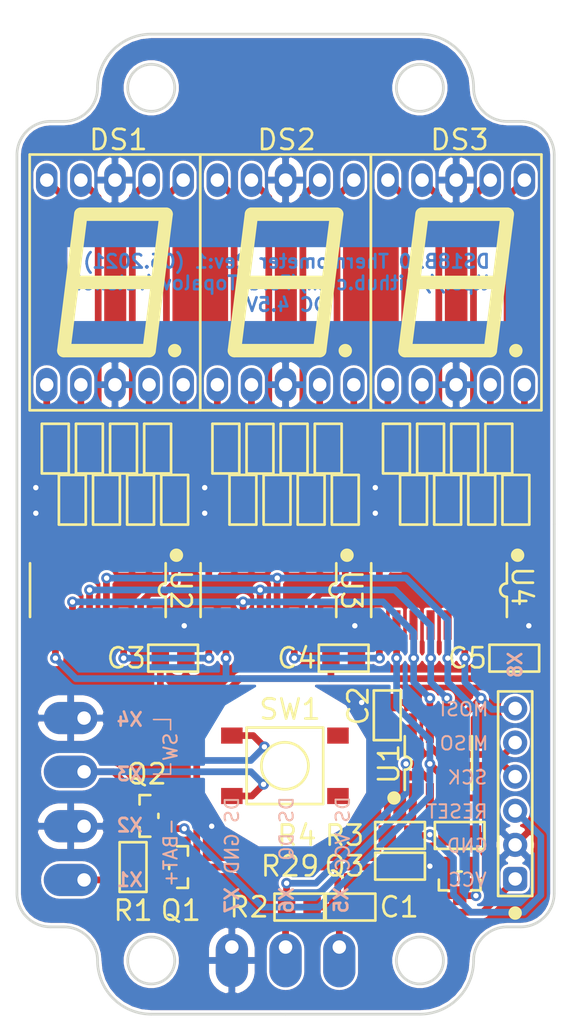
<source format=kicad_pcb>
(kicad_pcb (version 20171130) (host pcbnew "(5.1.9)-1")
  (title_block (title "\"Valenok\" Thermometer") (date 2021-05-21) (rev 1) (comment 3 https://github.com/FeruzTopalov/valenok) (comment 4 "Feruz Topalov"))
  (layers (0 F.Cu signal) (31 B.Cu signal hide) (34 B.Paste user hide) (35 F.Paste user) (36 B.SilkS user hide) (37 F.SilkS user) (38 B.Mask user hide) (39 F.Mask user) (44 Edge.Cuts user))
  (net 0 "")
  (net 1 VCC)
  (net 2 GND)
  (net 3 "Net-(DS1-Pad1)")
  (net 4 "Net-(DS1-Pad2)")
  (net 5 "Net-(DS1-Pad4)")
  (net 6 "Net-(DS1-Pad5)")
  (net 7 "Net-(DS1-Pad6)")
  (net 8 "Net-(DS1-Pad7)")
  (net 9 "Net-(DS1-Pad9)")
  (net 10 "Net-(DS1-Pad10)")
  (net 11 "Net-(DS2-Pad1)")
  (net 12 "Net-(DS2-Pad2)")
  (net 13 "Net-(DS2-Pad4)")
  (net 14 "Net-(DS2-Pad5)")
  (net 15 "Net-(DS2-Pad6)")
  (net 16 "Net-(DS2-Pad7)")
  (net 17 "Net-(DS2-Pad9)")
  (net 18 "Net-(DS2-Pad10)")
  (net 19 "Net-(DS3-Pad10)")
  (net 20 "Net-(DS3-Pad9)")
  (net 21 "Net-(DS3-Pad7)")
  (net 22 "Net-(DS3-Pad6)")
  (net 23 "Net-(DS3-Pad5)")
  (net 24 "Net-(DS3-Pad4)")
  (net 25 "Net-(DS3-Pad2)")
  (net 26 "Net-(DS3-Pad1)")
  (net 27 "Net-(Q1-Pad2)")
  (net 28 POW_SW)
  (net 29 POW_MR_OE_CTRL)
  (net 30 HC595_OE)
  (net 31 DS18B20_DQ)
  (net 32 MCU_RESET)
  (net 33 /1A)
  (net 34 /1B)
  (net 35 /1C)
  (net 36 /1D)
  (net 37 /1E)
  (net 38 /1F)
  (net 39 /1G)
  (net 40 /1P)
  (net 41 /2A)
  (net 42 /2B)
  (net 43 /2C)
  (net 44 /2D)
  (net 45 /2E)
  (net 46 /2F)
  (net 47 /2G)
  (net 48 /2P)
  (net 49 /3A)
  (net 50 /3B)
  (net 51 /3C)
  (net 52 /3D)
  (net 53 /3E)
  (net 54 /3F)
  (net 55 /3G)
  (net 56 /3P)
  (net 57 "Net-(SW1-Pad2)")
  (net 58 "Net-(SW1-Pad4)")
  (net 59 HC595_DS)
  (net 60 HC595_ST)
  (net 61 HC595_SH)
  (net 62 "Net-(U2-Pad9)")
  (net 63 "Net-(U2-Pad14)")
  (net 64 "Net-(U3-Pad14)")
  (module valenok:7seg_0.56in (layer F.Cu) (at 107.619999 89.614999)
    (fp_text reference DS3 (at 5.334 -18.240999) (layer F.SilkS) (effects (font (size 1.5 1.5) (thickness 0.2))))
    (fp_text value SC56-11GWA)
    (pad 10 thru_hole oval (at 0 -15.24) (size 1.6 2.5) (drill 1) (layers *.Cu *.Mask) (net 19 "Net-(DS3-Pad10)"))
    (pad 9 thru_hole oval (at 2.54 -15.24) (size 1.6 2.5) (drill 1) (layers *.Cu *.Mask) (net 20 "Net-(DS3-Pad9)"))
    (pad 8 thru_hole oval (at 5.08 -15.24) (size 1.6 2.5) (drill 1) (layers *.Cu *.Mask) (net 2 GND))
    (pad 7 thru_hole oval (at 7.62 -15.24) (size 1.6 2.5) (drill 1) (layers *.Cu *.Mask) (net 21 "Net-(DS3-Pad7)"))
    (pad 6 thru_hole oval (at 10.16 -15.24) (size 1.6 2.5) (drill 1) (layers *.Cu *.Mask) (net 22 "Net-(DS3-Pad6)"))
    (pad 5 thru_hole oval (at 10.16 0) (size 1.6 2.5) (drill 1) (layers *.Cu *.Mask) (net 23 "Net-(DS3-Pad5)"))
    (pad 4 thru_hole oval (at 7.62 0) (size 1.6 2.5) (drill 1) (layers *.Cu *.Mask) (net 24 "Net-(DS3-Pad4)"))
    (pad 3 thru_hole oval (at 5.08 0) (size 1.6 2.5) (drill 1) (layers *.Cu *.Mask) (net 2 GND))
    (pad 2 thru_hole oval (at 2.54 0) (size 1.6 2.5) (drill 1) (layers *.Cu *.Mask) (net 25 "Net-(DS3-Pad2)"))
    (pad 1 thru_hole oval (at 0 0) (size 1.6 2.5) (drill 1) (layers *.Cu *.Mask) (net 26 "Net-(DS3-Pad1)"))
  )
  (module valenok:1x6header (layer F.Cu) (at 117.094 126.4285 90)
    (fp_text reference X8 (at 15.9385 0 90) (layer B.SilkS) (effects (font (thickness 0.2)) (justify mirror)))
    (fp_text value PLS-1x6)
    (pad 6 thru_hole circle (at 12.7 0 90) (size 1.8 1.8) (drill 1) (layers *.Cu *.Mask) (net 59 HC595_DS))
    (pad 5 thru_hole circle (at 10.16 0 90) (size 1.8 1.8) (drill 1) (layers *.Cu *.Mask) (net 60 HC595_ST))
    (pad 4 thru_hole circle (at 7.62 0 90) (size 1.8 1.8) (drill 1) (layers *.Cu *.Mask) (net 61 HC595_SH))
    (pad 3 thru_hole circle (at 5.08 0 90) (size 1.8 1.8) (drill 1) (layers *.Cu *.Mask) (net 32 MCU_RESET))
    (pad 2 thru_hole circle (at 2.54 0 90) (size 1.8 1.8) (drill 1) (layers *.Cu *.Mask) (net 2 GND))
    (pad 1 thru_hole roundrect (at 0 0 90) (size 1.8 1.8) (drill 1) (layers *.Cu *.Mask) (net 1 VCC))
  )
  (module valenok:C0805 (layer F.Cu) (at 103.886 128.524)
    (fp_text reference C1 (at 4.572 0) (layer F.SilkS) (effects (font (size 1.5 1.5) (thickness 0.2))))
    (fp_text value 100n)
    (pad 1 smd rect (at 0 0) (size 1.3 1.5) (layers F.Cu F.Paste F.Mask) (net 1 VCC))
    (pad 2 smd rect (at 1.9 0) (size 1.3 1.5) (layers F.Cu F.Paste F.Mask) (net 2 GND))
  )
  (module valenok:C0805 (layer F.Cu) (at 107.569 115.189 90)
    (fp_text reference C2 (at 1.651 -2.159 90) (layer F.SilkS) (effects (font (size 1.5 1.5) (thickness 0.2))))
    (fp_text value 100n)
    (pad 2 smd rect (at 1.9 0 90) (size 1.3 1.5) (layers F.Cu F.Paste F.Mask) (net 2 GND))
    (pad 1 smd rect (at 0 0 90) (size 1.3 1.5) (layers F.Cu F.Paste F.Mask) (net 1 VCC))
  )
  (module valenok:C0805 (layer F.Cu) (at 90.678 109.982)
    (fp_text reference C3 (at -2.54 0) (layer F.SilkS) (effects (font (size 1.5 1.5) (thickness 0.2))))
    (fp_text value 100n)
    (pad 2 smd rect (at 1.9 0) (size 1.3 1.5) (layers F.Cu F.Paste F.Mask) (net 2 GND))
    (pad 1 smd rect (at 0 0) (size 1.3 1.5) (layers F.Cu F.Paste F.Mask) (net 1 VCC))
  )
  (module valenok:C0805 (layer F.Cu) (at 103.378 109.982)
    (fp_text reference C4 (at -2.54 0) (layer F.SilkS) (effects (font (size 1.5 1.5) (thickness 0.2))))
    (fp_text value 100n)
    (pad 1 smd rect (at 0 0) (size 1.3 1.5) (layers F.Cu F.Paste F.Mask) (net 1 VCC))
    (pad 2 smd rect (at 1.9 0) (size 1.3 1.5) (layers F.Cu F.Paste F.Mask) (net 2 GND))
  )
  (module valenok:C0805 (layer F.Cu) (at 116.078 109.982)
    (fp_text reference C5 (at -2.54 0) (layer F.SilkS) (effects (font (size 1.5 1.5) (thickness 0.2))))
    (fp_text value 100n)
    (pad 2 smd rect (at 1.9 0) (size 1.3 1.5) (layers F.Cu F.Paste F.Mask) (net 2 GND))
    (pad 1 smd rect (at 0 0) (size 1.3 1.5) (layers F.Cu F.Paste F.Mask) (net 1 VCC))
  )
  (module valenok:7seg_0.56in (layer F.Cu) (at 82.219999 89.614999)
    (fp_text reference DS1 (at 5.334 -18.240999) (layer F.SilkS) (effects (font (size 1.5 1.5) (thickness 0.2))))
    (fp_text value SC56-11GWA)
    (pad 1 thru_hole oval (at 0 0) (size 1.6 2.5) (drill 1) (layers *.Cu *.Mask) (net 3 "Net-(DS1-Pad1)"))
    (pad 2 thru_hole oval (at 2.54 0) (size 1.6 2.5) (drill 1) (layers *.Cu *.Mask) (net 4 "Net-(DS1-Pad2)"))
    (pad 3 thru_hole oval (at 5.08 0) (size 1.6 2.5) (drill 1) (layers *.Cu *.Mask) (net 2 GND))
    (pad 4 thru_hole oval (at 7.62 0) (size 1.6 2.5) (drill 1) (layers *.Cu *.Mask) (net 5 "Net-(DS1-Pad4)"))
    (pad 5 thru_hole oval (at 10.16 0) (size 1.6 2.5) (drill 1) (layers *.Cu *.Mask) (net 6 "Net-(DS1-Pad5)"))
    (pad 6 thru_hole oval (at 10.16 -15.24) (size 1.6 2.5) (drill 1) (layers *.Cu *.Mask) (net 7 "Net-(DS1-Pad6)"))
    (pad 7 thru_hole oval (at 7.62 -15.24) (size 1.6 2.5) (drill 1) (layers *.Cu *.Mask) (net 8 "Net-(DS1-Pad7)"))
    (pad 8 thru_hole oval (at 5.08 -15.24) (size 1.6 2.5) (drill 1) (layers *.Cu *.Mask) (net 2 GND))
    (pad 9 thru_hole oval (at 2.54 -15.24) (size 1.6 2.5) (drill 1) (layers *.Cu *.Mask) (net 9 "Net-(DS1-Pad9)"))
    (pad 10 thru_hole oval (at 0 -15.24) (size 1.6 2.5) (drill 1) (layers *.Cu *.Mask) (net 10 "Net-(DS1-Pad10)"))
  )
  (module valenok:7seg_0.56in (layer F.Cu) (at 94.919999 89.614999)
    (fp_text reference DS2 (at 5.156001 -18.240999) (layer F.SilkS) (effects (font (size 1.5 1.5) (thickness 0.2))))
    (fp_text value SC56-11GWA)
    (pad 1 thru_hole oval (at 0 0) (size 1.6 2.5) (drill 1) (layers *.Cu *.Mask) (net 11 "Net-(DS2-Pad1)"))
    (pad 2 thru_hole oval (at 2.54 0) (size 1.6 2.5) (drill 1) (layers *.Cu *.Mask) (net 12 "Net-(DS2-Pad2)"))
    (pad 3 thru_hole oval (at 5.08 0) (size 1.6 2.5) (drill 1) (layers *.Cu *.Mask) (net 2 GND))
    (pad 4 thru_hole oval (at 7.62 0) (size 1.6 2.5) (drill 1) (layers *.Cu *.Mask) (net 13 "Net-(DS2-Pad4)"))
    (pad 5 thru_hole oval (at 10.16 0) (size 1.6 2.5) (drill 1) (layers *.Cu *.Mask) (net 14 "Net-(DS2-Pad5)"))
    (pad 6 thru_hole oval (at 10.16 -15.24) (size 1.6 2.5) (drill 1) (layers *.Cu *.Mask) (net 15 "Net-(DS2-Pad6)"))
    (pad 7 thru_hole oval (at 7.62 -15.24) (size 1.6 2.5) (drill 1) (layers *.Cu *.Mask) (net 16 "Net-(DS2-Pad7)"))
    (pad 8 thru_hole oval (at 5.08 -15.24) (size 1.6 2.5) (drill 1) (layers *.Cu *.Mask) (net 2 GND))
    (pad 9 thru_hole oval (at 2.54 -15.24) (size 1.6 2.5) (drill 1) (layers *.Cu *.Mask) (net 17 "Net-(DS2-Pad9)"))
    (pad 10 thru_hole oval (at 0 -15.24) (size 1.6 2.5) (drill 1) (layers *.Cu *.Mask) (net 18 "Net-(DS2-Pad10)"))
  )
  (module valenok:SOT-23 (layer F.Cu) (at 90.932 124.592 270)
    (fp_text reference Q1 (at 4.186 -1.27) (layer F.SilkS) (effects (font (size 1.5 1.5) (thickness 0.2))))
    (fp_text value AO3407A)
    (pad 3 smd rect (at 0.95 -2.2 270) (size 1 1.4) (layers F.Cu F.Paste F.Mask) (net 1 VCC))
    (pad 2 smd rect (at 1.9 0 270) (size 1 1.4) (layers F.Cu F.Paste F.Mask) (net 27 "Net-(Q1-Pad2)"))
    (pad 1 smd rect (at 0 0 270) (size 1 1.4) (layers F.Cu F.Paste F.Mask) (net 28 POW_SW))
  )
  (module valenok:SOT-23 (layer F.Cu) (at 90.932 122.682 90)
    (fp_text reference Q2 (at 4.064 -1.27) (layer F.SilkS) (effects (font (size 1.5 1.5) (thickness 0.2))))
    (fp_text value AO3400)
    (pad 1 smd rect (at 0 0 90) (size 1 1.4) (layers F.Cu F.Paste F.Mask) (net 29 POW_MR_OE_CTRL))
    (pad 2 smd rect (at 1.9 0 90) (size 1 1.4) (layers F.Cu F.Paste F.Mask) (net 2 GND))
    (pad 3 smd rect (at 0.95 -2.2 90) (size 1 1.4) (layers F.Cu F.Paste F.Mask) (net 28 POW_SW))
  )
  (module valenok:SOT-23 (layer F.Cu) (at 113.914 125.476 180)
    (fp_text reference Q3 (at 9.52 0) (layer F.SilkS) (effects (font (size 1.5 1.5) (thickness 0.2))))
    (fp_text value AO3400)
    (pad 1 smd rect (at 0 0 180) (size 1 1.4) (layers F.Cu F.Paste F.Mask) (net 29 POW_MR_OE_CTRL))
    (pad 2 smd rect (at 1.9 0 180) (size 1 1.4) (layers F.Cu F.Paste F.Mask) (net 2 GND))
    (pad 3 smd rect (at 0.95 -2.2 180) (size 1 1.4) (layers F.Cu F.Paste F.Mask) (net 30 HC595_OE))
  )
  (module valenok:R0805 (layer F.Cu) (at 88.646 126.492 90)
    (fp_text reference R1 (at -2.286 0 180) (layer F.SilkS) (effects (font (size 1.5 1.5) (thickness 0.2))))
    (fp_text value 56k)
    (pad 1 smd rect (at 0 0 90) (size 1.3 1.5) (layers F.Cu F.Paste F.Mask) (net 27 "Net-(Q1-Pad2)"))
    (pad 2 smd rect (at 1.9 0 90) (size 1.3 1.5) (layers F.Cu F.Paste F.Mask) (net 28 POW_SW))
  )
  (module valenok:R0805 (layer F.Cu) (at 101.976 128.524 180)
    (fp_text reference R2 (at 4.694 0) (layer F.SilkS) (effects (font (size 1.5 1.5) (thickness 0.2))))
    (fp_text value 4.7k)
    (pad 2 smd rect (at 1.9 0 180) (size 1.3 1.5) (layers F.Cu F.Paste F.Mask) (net 31 DS18B20_DQ))
    (pad 1 smd rect (at 0 0 180) (size 1.3 1.5) (layers F.Cu F.Paste F.Mask) (net 1 VCC))
  )
  (module valenok:R0805 (layer F.Cu) (at 112.014 123.19)
    (fp_text reference R3 (at -7.62 0) (layer F.SilkS) (effects (font (size 1.5 1.5) (thickness 0.2))))
    (fp_text value 56k)
    (pad 1 smd rect (at 0 0) (size 1.3 1.5) (layers F.Cu F.Paste F.Mask) (net 29 POW_MR_OE_CTRL))
    (pad 2 smd rect (at 1.9 0) (size 1.3 1.5) (layers F.Cu F.Paste F.Mask) (net 2 GND))
  )
  (module valenok:R0805 (layer F.Cu) (at 107.574 123.19)
    (fp_text reference R4 (at -6.736 0) (layer F.SilkS) (effects (font (size 1.5 1.5) (thickness 0.2))))
    (fp_text value 56k)
    (pad 1 smd rect (at 0 0) (size 1.3 1.5) (layers F.Cu F.Paste F.Mask) (net 1 VCC))
    (pad 2 smd rect (at 1.9 0) (size 1.3 1.5) (layers F.Cu F.Paste F.Mask) (net 32 MCU_RESET))
  )
  (module valenok:R0805 (layer F.Cu) (at 87.934999 93.424999 270)
    (fp_text reference R5 hide)
    (fp_text value 470)
    (pad 2 smd rect (at 1.9 0 270) (size 1.3 1.5) (layers F.Cu F.Paste F.Mask) (net 33 /1A))
    (pad 1 smd rect (at 0 0 270) (size 1.3 1.5) (layers F.Cu F.Paste F.Mask) (net 8 "Net-(DS1-Pad7)"))
  )
  (module valenok:R0805 (layer F.Cu) (at 90.474999 93.424999 270)
    (fp_text reference R6 hide)
    (fp_text value 470)
    (pad 1 smd rect (at 0 0 270) (size 1.3 1.5) (layers F.Cu F.Paste F.Mask) (net 7 "Net-(DS1-Pad6)"))
    (pad 2 smd rect (at 1.9 0 270) (size 1.3 1.5) (layers F.Cu F.Paste F.Mask) (net 34 /1B))
  )
  (module valenok:R0805 (layer F.Cu) (at 89.204999 97.234999 270)
    (fp_text reference R7 hide)
    (fp_text value 470)
    (pad 1 smd rect (at 0 0 270) (size 1.3 1.5) (layers F.Cu F.Paste F.Mask) (net 5 "Net-(DS1-Pad4)"))
    (pad 2 smd rect (at 1.9 0 270) (size 1.3 1.5) (layers F.Cu F.Paste F.Mask) (net 35 /1C))
  )
  (module valenok:R0805 (layer F.Cu) (at 85.394999 93.424999 270)
    (fp_text reference R8 hide)
    (fp_text value 470)
    (pad 2 smd rect (at 1.9 0 270) (size 1.3 1.5) (layers F.Cu F.Paste F.Mask) (net 36 /1D))
    (pad 1 smd rect (at 0 0 270) (size 1.3 1.5) (layers F.Cu F.Paste F.Mask) (net 4 "Net-(DS1-Pad2)"))
  )
  (module valenok:R0805 (layer F.Cu) (at 82.854999 93.424999 270)
    (fp_text reference R9 hide)
    (fp_text value 470)
    (pad 1 smd rect (at 0 0 270) (size 1.3 1.5) (layers F.Cu F.Paste F.Mask) (net 3 "Net-(DS1-Pad1)"))
    (pad 2 smd rect (at 1.9 0 270) (size 1.3 1.5) (layers F.Cu F.Paste F.Mask) (net 37 /1E))
  )
  (module valenok:R0805 (layer F.Cu) (at 86.664999 97.234999 270)
    (fp_text reference R10 hide)
    (fp_text value 470)
    (pad 2 smd rect (at 1.9 0 270) (size 1.3 1.5) (layers F.Cu F.Paste F.Mask) (net 38 /1F))
    (pad 1 smd rect (at 0 0 270) (size 1.3 1.5) (layers F.Cu F.Paste F.Mask) (net 9 "Net-(DS1-Pad9)"))
  )
  (module valenok:R0805 (layer F.Cu) (at 84.124999 97.234999 270)
    (fp_text reference R11 hide)
    (fp_text value 470)
    (pad 1 smd rect (at 0 0 270) (size 1.3 1.5) (layers F.Cu F.Paste F.Mask) (net 10 "Net-(DS1-Pad10)"))
    (pad 2 smd rect (at 1.9 0 270) (size 1.3 1.5) (layers F.Cu F.Paste F.Mask) (net 39 /1G))
  )
  (module valenok:R0805 (layer F.Cu) (at 91.744999 97.234999 270)
    (fp_text reference R12 hide)
    (fp_text value 470)
    (pad 2 smd rect (at 1.9 0 270) (size 1.3 1.5) (layers F.Cu F.Paste F.Mask) (net 40 /1P))
    (pad 1 smd rect (at 0 0 270) (size 1.3 1.5) (layers F.Cu F.Paste F.Mask) (net 6 "Net-(DS1-Pad5)"))
  )
  (module valenok:R0805 (layer F.Cu) (at 100.634999 93.424999 270)
    (fp_text reference R13 hide)
    (fp_text value 470)
    (pad 2 smd rect (at 1.9 0 270) (size 1.3 1.5) (layers F.Cu F.Paste F.Mask) (net 41 /2A))
    (pad 1 smd rect (at 0 0 270) (size 1.3 1.5) (layers F.Cu F.Paste F.Mask) (net 16 "Net-(DS2-Pad7)"))
  )
  (module valenok:R0805 (layer F.Cu) (at 103.174999 93.424999 270)
    (fp_text reference R14 hide)
    (fp_text value 470)
    (pad 2 smd rect (at 1.9 0 270) (size 1.3 1.5) (layers F.Cu F.Paste F.Mask) (net 42 /2B))
    (pad 1 smd rect (at 0 0 270) (size 1.3 1.5) (layers F.Cu F.Paste F.Mask) (net 15 "Net-(DS2-Pad6)"))
  )
  (module valenok:R0805 (layer F.Cu) (at 101.904999 97.234999 270)
    (fp_text reference R15 hide)
    (fp_text value 470)
    (pad 1 smd rect (at 0 0 270) (size 1.3 1.5) (layers F.Cu F.Paste F.Mask) (net 13 "Net-(DS2-Pad4)"))
    (pad 2 smd rect (at 1.9 0 270) (size 1.3 1.5) (layers F.Cu F.Paste F.Mask) (net 43 /2C))
  )
  (module valenok:R0805 (layer F.Cu) (at 98.094999 93.435 270)
    (fp_text reference R16 hide)
    (fp_text value 470)
    (pad 2 smd rect (at 1.9 0 270) (size 1.3 1.5) (layers F.Cu F.Paste F.Mask) (net 44 /2D))
    (pad 1 smd rect (at 0 0 270) (size 1.3 1.5) (layers F.Cu F.Paste F.Mask) (net 12 "Net-(DS2-Pad2)"))
  )
  (module valenok:R0805 (layer F.Cu) (at 95.554999 93.424999 270)
    (fp_text reference R17 hide)
    (fp_text value 470)
    (pad 1 smd rect (at 0 0 270) (size 1.3 1.5) (layers F.Cu F.Paste F.Mask) (net 11 "Net-(DS2-Pad1)"))
    (pad 2 smd rect (at 1.9 0 270) (size 1.3 1.5) (layers F.Cu F.Paste F.Mask) (net 45 /2E))
  )
  (module valenok:R0805 (layer F.Cu) (at 99.364999 97.234999 270)
    (fp_text reference R18 hide)
    (fp_text value 470)
    (pad 2 smd rect (at 1.9 0 270) (size 1.3 1.5) (layers F.Cu F.Paste F.Mask) (net 46 /2F))
    (pad 1 smd rect (at 0 0 270) (size 1.3 1.5) (layers F.Cu F.Paste F.Mask) (net 17 "Net-(DS2-Pad9)"))
  )
  (module valenok:R0805 (layer F.Cu) (at 96.824999 97.234999 270)
    (fp_text reference R19 hide)
    (fp_text value 470)
    (pad 1 smd rect (at 0 0 270) (size 1.3 1.5) (layers F.Cu F.Paste F.Mask) (net 18 "Net-(DS2-Pad10)"))
    (pad 2 smd rect (at 1.9 0 270) (size 1.3 1.5) (layers F.Cu F.Paste F.Mask) (net 47 /2G))
  )
  (module valenok:R0805 (layer F.Cu) (at 104.444999 97.234999 270)
    (fp_text reference R20 hide)
    (fp_text value 470)
    (pad 2 smd rect (at 1.9 0 270) (size 1.3 1.5) (layers F.Cu F.Paste F.Mask) (net 48 /2P))
    (pad 1 smd rect (at 0 0 270) (size 1.3 1.5) (layers F.Cu F.Paste F.Mask) (net 14 "Net-(DS2-Pad5)"))
  )
  (module valenok:R0805 (layer F.Cu) (at 113.334999 93.424999 270)
    (fp_text reference R21 hide)
    (fp_text value 470)
    (pad 1 smd rect (at 0 0 270) (size 1.3 1.5) (layers F.Cu F.Paste F.Mask) (net 21 "Net-(DS3-Pad7)"))
    (pad 2 smd rect (at 1.9 0 270) (size 1.3 1.5) (layers F.Cu F.Paste F.Mask) (net 49 /3A))
  )
  (module valenok:R0805 (layer F.Cu) (at 115.874999 93.424999 270)
    (fp_text reference R22 hide)
    (fp_text value 470)
    (pad 2 smd rect (at 1.9 0 270) (size 1.3 1.5) (layers F.Cu F.Paste F.Mask) (net 50 /3B))
    (pad 1 smd rect (at 0 0 270) (size 1.3 1.5) (layers F.Cu F.Paste F.Mask) (net 22 "Net-(DS3-Pad6)"))
  )
  (module valenok:R0805 (layer F.Cu) (at 114.604999 97.234999 270)
    (fp_text reference R23 hide)
    (fp_text value 470)
    (pad 1 smd rect (at 0 0 270) (size 1.3 1.5) (layers F.Cu F.Paste F.Mask) (net 24 "Net-(DS3-Pad4)"))
    (pad 2 smd rect (at 1.9 0 270) (size 1.3 1.5) (layers F.Cu F.Paste F.Mask) (net 51 /3C))
  )
  (module valenok:R0805 (layer F.Cu) (at 110.794999 93.424999 270)
    (fp_text reference R24 hide)
    (fp_text value 470)
    (pad 2 smd rect (at 1.9 0 270) (size 1.3 1.5) (layers F.Cu F.Paste F.Mask) (net 52 /3D))
    (pad 1 smd rect (at 0 0 270) (size 1.3 1.5) (layers F.Cu F.Paste F.Mask) (net 25 "Net-(DS3-Pad2)"))
  )
  (module valenok:R0805 (layer F.Cu) (at 108.254999 93.424999 270)
    (fp_text reference R25 hide)
    (fp_text value 470)
    (pad 1 smd rect (at 0 0 270) (size 1.3 1.5) (layers F.Cu F.Paste F.Mask) (net 26 "Net-(DS3-Pad1)"))
    (pad 2 smd rect (at 1.9 0 270) (size 1.3 1.5) (layers F.Cu F.Paste F.Mask) (net 53 /3E))
  )
  (module valenok:R0805 (layer F.Cu) (at 112.064999 97.234999 270)
    (fp_text reference R26 hide)
    (fp_text value 470)
    (pad 2 smd rect (at 1.9 0 270) (size 1.3 1.5) (layers F.Cu F.Paste F.Mask) (net 54 /3F))
    (pad 1 smd rect (at 0 0 270) (size 1.3 1.5) (layers F.Cu F.Paste F.Mask) (net 20 "Net-(DS3-Pad9)"))
  )
  (module valenok:R0805 (layer F.Cu) (at 109.524999 97.234999 270)
    (fp_text reference R27 hide)
    (fp_text value 470)
    (pad 1 smd rect (at 0 0 270) (size 1.3 1.5) (layers F.Cu F.Paste F.Mask) (net 19 "Net-(DS3-Pad10)"))
    (pad 2 smd rect (at 1.9 0 270) (size 1.3 1.5) (layers F.Cu F.Paste F.Mask) (net 55 /3G))
  )
  (module valenok:R0805 (layer F.Cu) (at 117.144999 97.234999 270)
    (fp_text reference R28 hide)
    (fp_text value 470)
    (pad 1 smd rect (at 0 0 270) (size 1.3 1.5) (layers F.Cu F.Paste F.Mask) (net 23 "Net-(DS3-Pad5)"))
    (pad 2 smd rect (at 1.9 0 270) (size 1.3 1.5) (layers F.Cu F.Paste F.Mask) (net 56 /3P))
  )
  (module valenok:R0805 (layer F.Cu) (at 107.574 125.476)
    (fp_text reference R29 (at -7.244 0) (layer F.SilkS) (effects (font (size 1.5 1.5) (thickness 0.2))))
    (fp_text value 56k)
    (pad 2 smd rect (at 1.9 0) (size 1.3 1.5) (layers F.Cu F.Paste F.Mask) (net 30 HC595_OE))
    (pad 1 smd rect (at 0 0) (size 1.3 1.5) (layers F.Cu F.Paste F.Mask) (net 1 VCC))
  )
  (module valenok:6x6switch (layer F.Cu) (at 96 115.75)
    (fp_text reference SW1 (at 4.33 -1.958) (layer F.SilkS) (effects (font (size 1.5 1.5) (thickness 0.2))))
    (fp_text value KLS7-TS6604-4.3)
    (pad 1 smd rect (at 0 0) (size 1.6 1.2) (layers F.Cu F.Paste F.Mask) (net 2 GND))
    (pad 2 smd rect (at 7.9 0) (size 1.6 1.2) (layers F.Cu F.Paste F.Mask) (net 57 "Net-(SW1-Pad2)"))
    (pad 3 smd rect (at 0 4.5) (size 1.6 1.2) (layers F.Cu F.Paste F.Mask) (net 28 POW_SW))
    (pad 4 smd rect (at 7.9 4.5) (size 1.6 1.2) (layers F.Cu F.Paste F.Mask) (net 58 "Net-(SW1-Pad4)"))
  )
  (module valenok:SOIC-8 (layer F.Cu) (at 109.474 120.396 90)
    (fp_text reference U1 (at 2.54 -1.778 270) (layer F.SilkS) (effects (font (size 1.5 1.5) (thickness 0.2))))
    (fp_text value ATtiny13A)
    (pad 1 smd rect (at 0 0 90) (size 2.2 0.6) (layers F.Cu F.Paste F.Mask) (net 32 MCU_RESET))
    (pad 2 smd rect (at 0 1.27 90) (size 2.2 0.6) (layers F.Cu F.Paste F.Mask) (net 31 DS18B20_DQ))
    (pad 3 smd rect (at 0 2.54 90) (size 2.2 0.6) (layers F.Cu F.Paste F.Mask) (net 29 POW_MR_OE_CTRL))
    (pad 4 smd rect (at 0 3.81 90) (size 2.2 0.6) (layers F.Cu F.Paste F.Mask) (net 2 GND))
    (pad 5 smd rect (at 5.2 3.81 90) (size 2.2 0.6) (layers F.Cu F.Paste F.Mask) (net 59 HC595_DS))
    (pad 6 smd rect (at 5.2 2.54 90) (size 2.2 0.6) (layers F.Cu F.Paste F.Mask) (net 60 HC595_ST))
    (pad 7 smd rect (at 5.2 1.27 90) (size 2.2 0.6) (layers F.Cu F.Paste F.Mask) (net 61 HC595_SH))
    (pad 8 smd rect (at 5.2 0 90) (size 2.2 0.6) (layers F.Cu F.Paste F.Mask) (net 1 VCC))
  )
  (module valenok:SOIC-16 (layer F.Cu) (at 90.474999 102.314999 270)
    (fp_text reference U2 (at 2.587001 -1.727001 270 unlocked) (layer F.SilkS) (effects (font (size 1.5 1.5) (thickness 0.2))))
    (fp_text value 74HC595)
    (pad 4 smd rect (at 0 3.81 270) (size 2.2 0.6) (layers F.Cu F.Paste F.Mask) (net 38 /1F))
    (pad 3 smd rect (at 0 2.54 270) (size 2.2 0.6) (layers F.Cu F.Paste F.Mask) (net 33 /1A))
    (pad 2 smd rect (at 0 1.27 270) (size 2.2 0.6) (layers F.Cu F.Paste F.Mask) (net 35 /1C))
    (pad 1 smd rect (at 0 0 270) (size 2.2 0.6) (layers F.Cu F.Paste F.Mask) (net 34 /1B))
    (pad 5 smd rect (at 0 5.08 270) (size 2.2 0.6) (layers F.Cu F.Paste F.Mask) (net 36 /1D))
    (pad 6 smd rect (at 0 6.35 270) (size 2.2 0.6) (layers F.Cu F.Paste F.Mask) (net 39 /1G))
    (pad 7 smd rect (at 0 7.62 270) (size 2.2 0.6) (layers F.Cu F.Paste F.Mask) (net 37 /1E))
    (pad 8 smd rect (at 0 8.89 270) (size 2.2 0.6) (layers F.Cu F.Paste F.Mask) (net 2 GND))
    (pad 9 smd rect (at 5.2 8.89 270) (size 2.2 0.6) (layers F.Cu F.Paste F.Mask) (net 62 "Net-(U2-Pad9)"))
    (pad 10 smd rect (at 5.2 7.62 270) (size 2.2 0.6) (layers F.Cu F.Paste F.Mask) (net 29 POW_MR_OE_CTRL))
    (pad 11 smd rect (at 5.2 6.35 270) (size 2.2 0.6) (layers F.Cu F.Paste F.Mask) (net 61 HC595_SH))
    (pad 12 smd rect (at 5.2 5.08 270) (size 2.2 0.6) (layers F.Cu F.Paste F.Mask) (net 60 HC595_ST))
    (pad 13 smd rect (at 5.2 3.81 270) (size 2.2 0.6) (layers F.Cu F.Paste F.Mask) (net 30 HC595_OE))
    (pad 14 smd rect (at 5.2 2.54 270) (size 2.2 0.6) (layers F.Cu F.Paste F.Mask) (net 63 "Net-(U2-Pad14)"))
    (pad 15 smd rect (at 5.2 1.27 270) (size 2.2 0.6) (layers F.Cu F.Paste F.Mask) (net 40 /1P))
    (pad 16 smd rect (at 5.2 0 270) (size 2.2 0.6) (layers F.Cu F.Paste F.Mask) (net 1 VCC))
  )
  (module valenok:SOIC-16 (layer F.Cu) (at 103.174999 102.314999 270)
    (fp_text reference U3 (at 2.587001 -1.727001 270 unlocked) (layer F.SilkS) (effects (font (size 1.5 1.5) (thickness 0.2))))
    (fp_text value 74HC595)
    (pad 4 smd rect (at 0 3.81 270) (size 2.2 0.6) (layers F.Cu F.Paste F.Mask) (net 46 /2F))
    (pad 3 smd rect (at 0 2.54 270) (size 2.2 0.6) (layers F.Cu F.Paste F.Mask) (net 41 /2A))
    (pad 2 smd rect (at 0 1.27 270) (size 2.2 0.6) (layers F.Cu F.Paste F.Mask) (net 43 /2C))
    (pad 1 smd rect (at 0 0 270) (size 2.2 0.6) (layers F.Cu F.Paste F.Mask) (net 42 /2B))
    (pad 5 smd rect (at 0 5.08 270) (size 2.2 0.6) (layers F.Cu F.Paste F.Mask) (net 44 /2D))
    (pad 6 smd rect (at 0 6.35 270) (size 2.2 0.6) (layers F.Cu F.Paste F.Mask) (net 47 /2G))
    (pad 7 smd rect (at 0 7.62 270) (size 2.2 0.6) (layers F.Cu F.Paste F.Mask) (net 45 /2E))
    (pad 8 smd rect (at 0 8.89 270) (size 2.2 0.6) (layers F.Cu F.Paste F.Mask) (net 2 GND))
    (pad 9 smd rect (at 5.2 8.89 270) (size 2.2 0.6) (layers F.Cu F.Paste F.Mask) (net 63 "Net-(U2-Pad14)"))
    (pad 10 smd rect (at 5.2 7.62 270) (size 2.2 0.6) (layers F.Cu F.Paste F.Mask) (net 29 POW_MR_OE_CTRL))
    (pad 11 smd rect (at 5.2 6.35 270) (size 2.2 0.6) (layers F.Cu F.Paste F.Mask) (net 61 HC595_SH))
    (pad 12 smd rect (at 5.2 5.08 270) (size 2.2 0.6) (layers F.Cu F.Paste F.Mask) (net 60 HC595_ST))
    (pad 13 smd rect (at 5.2 3.81 270) (size 2.2 0.6) (layers F.Cu F.Paste F.Mask) (net 30 HC595_OE))
    (pad 14 smd rect (at 5.2 2.54 270) (size 2.2 0.6) (layers F.Cu F.Paste F.Mask) (net 64 "Net-(U3-Pad14)"))
    (pad 15 smd rect (at 5.2 1.27 270) (size 2.2 0.6) (layers F.Cu F.Paste F.Mask) (net 48 /2P))
    (pad 16 smd rect (at 5.2 0 270) (size 2.2 0.6) (layers F.Cu F.Paste F.Mask) (net 1 VCC))
  )
  (module valenok:SOIC-16 (layer F.Cu) (at 115.874999 102.314999 270)
    (fp_text reference U4 (at 2.333001 -1.727001 270 unlocked) (layer F.SilkS) (effects (font (size 1.5 1.5) (thickness 0.2))))
    (fp_text value 74HC595)
    (pad 16 smd rect (at 5.2 0 270) (size 2.2 0.6) (layers F.Cu F.Paste F.Mask) (net 1 VCC))
    (pad 15 smd rect (at 5.2 1.27 270) (size 2.2 0.6) (layers F.Cu F.Paste F.Mask) (net 56 /3P))
    (pad 14 smd rect (at 5.2 2.54 270) (size 2.2 0.6) (layers F.Cu F.Paste F.Mask) (net 59 HC595_DS))
    (pad 13 smd rect (at 5.2 3.81 270) (size 2.2 0.6) (layers F.Cu F.Paste F.Mask) (net 30 HC595_OE))
    (pad 12 smd rect (at 5.2 5.08 270) (size 2.2 0.6) (layers F.Cu F.Paste F.Mask) (net 60 HC595_ST))
    (pad 11 smd rect (at 5.2 6.35 270) (size 2.2 0.6) (layers F.Cu F.Paste F.Mask) (net 61 HC595_SH))
    (pad 10 smd rect (at 5.2 7.62 270) (size 2.2 0.6) (layers F.Cu F.Paste F.Mask) (net 29 POW_MR_OE_CTRL))
    (pad 9 smd rect (at 5.2 8.89 270) (size 2.2 0.6) (layers F.Cu F.Paste F.Mask) (net 64 "Net-(U3-Pad14)"))
    (pad 8 smd rect (at 0 8.89 270) (size 2.2 0.6) (layers F.Cu F.Paste F.Mask) (net 2 GND))
    (pad 7 smd rect (at 0 7.62 270) (size 2.2 0.6) (layers F.Cu F.Paste F.Mask) (net 53 /3E))
    (pad 6 smd rect (at 0 6.35 270) (size 2.2 0.6) (layers F.Cu F.Paste F.Mask) (net 55 /3G))
    (pad 5 smd rect (at 0 5.08 270) (size 2.2 0.6) (layers F.Cu F.Paste F.Mask) (net 52 /3D))
    (pad 1 smd rect (at 0 0 270) (size 2.2 0.6) (layers F.Cu F.Paste F.Mask) (net 50 /3B))
    (pad 2 smd rect (at 0 1.27 270) (size 2.2 0.6) (layers F.Cu F.Paste F.Mask) (net 51 /3C))
    (pad 3 smd rect (at 0 2.54 270) (size 2.2 0.6) (layers F.Cu F.Paste F.Mask) (net 49 /3A))
    (pad 4 smd rect (at 0 3.81 270) (size 2.2 0.6) (layers F.Cu F.Paste F.Mask) (net 54 /3F))
  )
  (module valenok:Pad (layer F.Cu) (at 85 126.5)
    (fp_text reference X1 (at 3.392 -0.008) (layer B.SilkS) (effects (font (thickness 0.2)) (justify mirror)))
    (fp_text value Bat+)
    (pad 1 thru_hole oval (at 0 0) (size 4 2.4) (drill 1 (offset -1 0)) (layers *.Cu *.Mask) (net 27 "Net-(Q1-Pad2)"))
  )
  (module valenok:Pad (layer F.Cu) (at 85 122.5)
    (fp_text reference X2 (at 3.392 -0.072) (layer B.SilkS) (effects (font (thickness 0.2)) (justify mirror)))
    (fp_text value Bat-)
    (pad 1 thru_hole oval (at 0 0) (size 4 2.4) (drill 1 (offset -1 0)) (layers *.Cu *.Mask) (net 2 GND))
  )
  (module valenok:Pad (layer F.Cu) (at 85 118.445)
    (fp_text reference X3 (at 3.392 0.173) (layer B.SilkS) (effects (font (thickness 0.2)) (justify mirror)))
    (fp_text value SW)
    (pad 1 thru_hole oval (at 0 0) (size 4 2.4) (drill 1 (offset -1 0)) (layers *.Cu *.Mask) (net 28 POW_SW))
  )
  (module valenok:Pad (layer F.Cu) (at 85 114.445)
    (fp_text reference X4 (at 3.392 0.109) (layer B.SilkS) (effects (font (thickness 0.2)) (justify mirror)))
    (fp_text value SW)
    (pad 1 thru_hole oval (at 0 0) (size 4 2.4) (drill 1 (offset -1 0)) (layers *.Cu *.Mask) (net 2 GND))
  )
  (module valenok:Pad (layer F.Cu) (at 104 131.5 90)
    (fp_text reference X5 (at 3.484 0.14 90) (layer B.SilkS) (effects (font (thickness 0.2)) (justify mirror)))
    (fp_text value DSVCC)
    (pad 1 thru_hole oval (at 0 0 90) (size 4 2.4) (drill 1 (offset -1 0)) (layers *.Cu *.Mask) (net 1 VCC))
  )
  (module valenok:Pad (layer F.Cu) (at 100 131.5 90)
    (fp_text reference X6 (at 3.484 0.076 90) (layer B.SilkS) (effects (font (thickness 0.2)) (justify mirror)))
    (fp_text value DSDQ)
    (pad 1 thru_hole oval (at 0 0 90) (size 4 2.4) (drill 1 (offset -1 0)) (layers *.Cu *.Mask) (net 31 DS18B20_DQ))
  )
  (module valenok:Pad (layer F.Cu) (at 96 131.5 90)
    (fp_text reference X7 (at 3.484 0.012 90) (layer B.SilkS) (effects (font (thickness 0.2)) (justify mirror)))
    (fp_text value DSGND)
    (pad 1 thru_hole oval (at 0 0 90) (size 4 2.4) (drill 1 (offset -1 0)) (layers *.Cu *.Mask) (net 2 GND))
  )
  (gr_text VALENOK (at 100 67.6) (layer F.Cu) (effects (font (size 1.5 1.5) (thickness 0.3) italic)))
  (gr_text "DS18B20 Thermometer Rev:1 (05.2021)\nhttps://github.com/FeruzTopalov/valenok\nDC 4.5V" (at 100.076 82.042) (layer B.Cu) (effects (font (size 1 1) (thickness 0.2)) (justify mirror)))
  (gr_line (start 91.44 118.618) (end 90.17 118.618) (layer B.SilkS) (width 0.12))
  (gr_line (start 91.44 117.856) (end 91.44 118.618) (layer B.SilkS) (width 0.12))
  (gr_line (start 91.44 114.554) (end 90.17 114.554) (layer B.SilkS) (width 0.12))
  (gr_line (start 91.44 115.316) (end 91.44 114.554) (layer B.SilkS) (width 0.12))
  (gr_text SW (at 91.44 116.586 90) (layer B.SilkS) (effects (font (size 1 1)) (justify mirror)))
  (gr_text -BAT+ (at 91.44 124.46 90) (layer B.SilkS) (effects (font (size 1 1)) (justify mirror)))
  (gr_text "DS VCC" (at 104.267 123.063 90) (layer B.SilkS) (effects (font (size 1 1)) (justify mirror)))
  (gr_text "DS DQ" (at 100.076 122.682 90) (layer B.SilkS) (effects (font (size 1 1)) (justify mirror)))
  (gr_text "DS GND" (at 96.012 123.19 90) (layer B.SilkS) (effects (font (size 1 1)) (justify mirror)))
  (gr_text MOSI (at 113.284 113.792) (layer B.SilkS) (effects (font (size 1 1)) (justify mirror)))
  (gr_text MISO (at 113.284 116.332) (layer B.SilkS) (effects (font (size 1 1)) (justify mirror)))
  (gr_text SCK (at 113.538 118.872) (layer B.SilkS) (effects (font (size 1 1)) (justify mirror)))
  (gr_text RESET (at 112.776 121.412) (layer B.SilkS) (effects (font (size 1 1)) (justify mirror)))
  (gr_text GND (at 113.538 123.952) (layer B.SilkS) (effects (font (size 1 1)) (justify mirror)))
  (gr_text VCC (at 113.538 126.492) (layer B.SilkS) (effects (font (size 1 1)) (justify mirror)))
  (gr_circle (center 90 67.5) (end 91.75 67.5) (layer Edge.Cuts) (width 0.2))
  (gr_circle (center 110 67.5) (end 111.75 67.5) (layer Edge.Cuts) (width 0.2))
  (gr_circle (center 110 132.5) (end 111.75 132.5) (layer Edge.Cuts) (width 0.2))
  (gr_line (start 117.5 70) (end 116.5 70) (layer Edge.Cuts) (width 0.2))
  (gr_arc (start 116.5 67.5) (end 114 67.5) (angle -90) (layer Edge.Cuts) (width 0.2))
  (gr_arc (start 110 67.5) (end 114 67.5) (angle -90) (layer Edge.Cuts) (width 0.2))
  (gr_line (start 82.5 70) (end 83.5 70) (layer Edge.Cuts) (width 0.2))
  (gr_line (start 110 63.5) (end 100 63.5) (layer Edge.Cuts) (width 0.2))
  (gr_arc (start 83.5 67.5) (end 83.5 70) (angle -90) (layer Edge.Cuts) (width 0.2))
  (gr_line (start 90 63.5) (end 100 63.5) (layer Edge.Cuts) (width 0.2))
  (gr_arc (start 90 67.5) (end 90 63.5) (angle -90) (layer Edge.Cuts) (width 0.2))
  (gr_line (start 117.5 130) (end 116.5 130) (layer Edge.Cuts) (width 0.2))
  (gr_arc (start 116.5 132.5) (end 116.5 130) (angle -90) (layer Edge.Cuts) (width 0.2))
  (gr_arc (start 110 132.5) (end 110 136.5) (angle -90) (layer Edge.Cuts) (width 0.2))
  (gr_line (start 82.5 130) (end 83.5 130) (layer Edge.Cuts) (width 0.2))
  (gr_line (start 120 72.5) (end 120 100) (layer Edge.Cuts) (width 0.2))
  (gr_arc (start 117.5 72.5) (end 120 72.5) (angle -90) (layer Edge.Cuts) (width 0.2))
  (gr_line (start 80 72.5) (end 80 100) (layer Edge.Cuts) (width 0.2))
  (gr_arc (start 82.5 72.5) (end 82.5 70) (angle -90) (layer Edge.Cuts) (width 0.2))
  (gr_line (start 120 127.5) (end 120 100) (layer Edge.Cuts) (width 0.2))
  (gr_arc (start 117.5 127.5) (end 117.5 130) (angle -90) (layer Edge.Cuts) (width 0.2))
  (gr_line (start 110 136.5) (end 100 136.5) (layer Edge.Cuts) (width 0.2))
  (gr_line (start 80 127.5) (end 80 100) (layer Edge.Cuts) (width 0.2))
  (gr_arc (start 82.5 127.5) (end 80 127.5) (angle -90) (layer Edge.Cuts) (width 0.2))
  (gr_arc (start 83.5 132.5) (end 86 132.5) (angle -90) (layer Edge.Cuts) (width 0.2))
  (gr_line (start 90 136.5) (end 100 136.5) (layer Edge.Cuts) (width 0.2))
  (gr_arc (start 90 132.5) (end 86 132.5) (angle -90) (layer Edge.Cuts) (width 0.2))
  (gr_circle (center 90 132.5) (end 91.75 132.5) (layer Edge.Cuts) (width 0.2))
  (segment (start 115.874999 109.778999) (end 116.078 109.982) (width 0.5) (layer F.Cu) (net 1))
  (segment (start 115.874999 107.514999) (end 115.874999 109.778999) (width 0.5) (layer F.Cu) (net 1))
  (segment (start 103.174999 109.778999) (end 103.378 109.982) (width 0.5) (layer F.Cu) (net 1))
  (segment (start 103.174999 107.514999) (end 103.174999 109.778999) (width 0.5) (layer F.Cu) (net 1))
  (segment (start 90.474999 109.778999) (end 90.678 109.982) (width 0.5) (layer F.Cu) (net 1))
  (segment (start 90.474999 107.514999) (end 90.474999 109.778999) (width 0.5) (layer F.Cu) (net 1))
  (segment (start 107.508 125.542) (end 107.574 125.476) (width 0.5) (layer F.Cu) (net 1))
  (segment (start 107.574 125.476) (end 107.574 123.19) (width 0.5) (layer F.Cu) (net 1))
  (segment (start 90.678 112.014) (end 90.678 109.982) (width 0.5) (layer F.Cu) (net 1))
  (segment (start 93.386 114.722) (end 90.678 112.014) (width 0.5) (layer F.Cu) (net 1))
  (segment (start 103.886 125.608) (end 103.82 125.542) (width 0.5) (layer F.Cu) (net 1))
  (segment (start 103.886 128.524) (end 103.886 125.608) (width 0.5) (layer F.Cu) (net 1))
  (segment (start 103.82 125.542) (end 107.508 125.542) (width 0.5) (layer F.Cu) (net 1))
  (segment (start 93.386 125.542) (end 103.82 125.542) (width 0.5) (layer F.Cu) (net 1))
  (segment (start 101.976 128.524) (end 103.886 128.524) (width 0.5) (layer F.Cu) (net 1))
  (segment (start 93.386 114.722) (end 96.602 111.506) (width 0.5) (layer F.Cu) (net 1))
  (segment (start 114.554 111.506) (end 116.078 109.982) (width 0.5) (layer F.Cu) (net 1))
  (segment (start 103.378 111.379) (end 103.251 111.506) (width 0.5) (layer F.Cu) (net 1))
  (segment (start 103.378 109.982) (end 103.378 111.379) (width 0.5) (layer F.Cu) (net 1))
  (segment (start 103.251 111.506) (end 114.554 111.506) (width 0.5) (layer F.Cu) (net 1))
  (segment (start 96.602 111.506) (end 103.251 111.506) (width 0.5) (layer F.Cu) (net 1))
  (segment (start 104 128.638) (end 103.886 128.524) (width 0.5) (layer F.Cu) (net 1))
  (segment (start 104 131.5) (end 104 128.638) (width 0.5) (layer F.Cu) (net 1))
  (segment (start 107.574 115.194) (end 107.569 115.189) (width 0.5) (layer F.Cu) (net 1))
  (segment (start 107.574 123.19) (end 107.574 115.194) (width 0.5) (layer F.Cu) (net 1))
  (segment (start 109.467 115.189) (end 109.474 115.196) (width 0.5) (layer F.Cu) (net 1))
  (segment (start 107.569 115.189) (end 109.467 115.189) (width 0.5) (layer F.Cu) (net 1))
  (segment (start 93.386 123.657) (end 93.386 125.542) (width 0.5) (layer F.Cu) (net 1))
  (segment (start 93.386 114.722) (end 93.386 123.657) (width 0.5) (layer F.Cu) (net 1))
  (segment (start 109.601 128.905) (end 114.681 128.905) (width 0.5) (layer F.Cu) (net 1))
  (segment (start 107.574 126.878) (end 109.601 128.905) (width 0.5) (layer F.Cu) (net 1))
  (segment (start 114.681 128.905) (end 117.094 126.492) (width 0.5) (layer F.Cu) (net 1))
  (segment (start 107.574 125.476) (end 107.574 126.878) (width 0.5) (layer F.Cu) (net 1))
  (via (at 110.744 125.476) (size 0.8) (drill 0.4) (layers F.Cu B.Cu) (net 2))
  (segment (start 96 115.75) (end 97.589 115.75) (width 0.5) (layer F.Cu) (net 2))
  (via (at 98.425 116.586) (size 0.8) (drill 0.4) (layers F.Cu B.Cu) (net 2))
  (segment (start 97.589 115.75) (end 98.425 116.586) (width 0.5) (layer F.Cu) (net 2))
  (segment (start 98.425 116.586) (end 97.409 117.602) (width 0.5) (layer B.Cu) (net 2))
  (segment (start 112.014 125.476) (end 110.744 125.476) (width 0.5) (layer F.Cu) (net 2))
  (via (at 93.98 99.187) (size 0.8) (drill 0.4) (layers F.Cu B.Cu) (net 2))
  (via (at 106.68 99.187) (size 0.8) (drill 0.4) (layers F.Cu B.Cu) (net 2))
  (via (at 81.407 99.187) (size 0.8) (drill 0.4) (layers F.Cu B.Cu) (net 2))
  (via (at 93.98 97.282) (size 0.8) (drill 0.4) (layers F.Cu B.Cu) (net 2))
  (via (at 106.68 97.282) (size 0.8) (drill 0.4) (layers F.Cu B.Cu) (net 2))
  (via (at 81.407 97.282) (size 0.8) (drill 0.4) (layers F.Cu B.Cu) (net 2))
  (via (at 92.456 107.569) (size 0.8) (drill 0.4) (layers F.Cu B.Cu) (net 2))
  (via (at 105.156 107.569) (size 0.8) (drill 0.4) (layers F.Cu B.Cu) (net 2))
  (via (at 118.11 107.569) (size 0.8) (drill 0.4) (layers F.Cu B.Cu) (net 2))
  (via (at 105.664 113.284) (size 0.8) (drill 0.4) (layers F.Cu B.Cu) (net 2))
  (via (at 94.5 122.5) (size 0.8) (drill 0.4) (layers F.Cu B.Cu) (net 2))
  (segment (start 97.409 117.602) (end 86.602 117.602) (width 0.5) (layer B.Cu) (net 2))
  (segment (start 86.602 117.602) (end 86.602 115.898) (width 0.5) (layer B.Cu) (net 2))
  (segment (start 86.602 115.898) (end 88 114.5) (width 0.5) (layer B.Cu) (net 2))
  (segment (start 87.945 114.445) (end 85 114.445) (width 0.5) (layer B.Cu) (net 2))
  (segment (start 88 114.5) (end 87.945 114.445) (width 0.5) (layer B.Cu) (net 2))
  (segment (start 82.854999 93.424999) (end 82.854999 92.506999) (width 0.5) (layer F.Cu) (net 3))
  (segment (start 82.219999 91.871999) (end 82.219999 89.614999) (width 0.5) (layer F.Cu) (net 3))
  (segment (start 82.854999 92.506999) (end 82.219999 91.871999) (width 0.5) (layer F.Cu) (net 3))
  (segment (start 85.394999 93.424999) (end 85.394999 92.506999) (width 0.5) (layer F.Cu) (net 4))
  (segment (start 84.759999 91.871999) (end 84.759999 89.614999) (width 0.5) (layer F.Cu) (net 4))
  (segment (start 85.394999 92.506999) (end 84.759999 91.871999) (width 0.5) (layer F.Cu) (net 4))
  (segment (start 89.839999 91.849997) (end 89.839999 89.614999) (width 0.5) (layer F.Cu) (net 5))
  (segment (start 89.204999 92.484997) (end 89.839999 91.849997) (width 0.5) (layer F.Cu) (net 5))
  (segment (start 89.204999 97.234999) (end 89.204999 92.484997) (width 0.5) (layer F.Cu) (net 5))
  (segment (start 91.744999 97.234999) (end 91.744999 92.405001) (width 0.5) (layer F.Cu) (net 6))
  (segment (start 92.379999 91.770001) (end 92.379999 89.614999) (width 0.5) (layer F.Cu) (net 6))
  (segment (start 91.744999 92.405001) (end 92.379999 91.770001) (width 0.5) (layer F.Cu) (net 6))
  (segment (start 90.474999 93.424999) (end 90.474999 92.405001) (width 0.5) (layer F.Cu) (net 7))
  (segment (start 91.129989 75.625009) (end 92.379999 74.374999) (width 0.5) (layer F.Cu) (net 7))
  (segment (start 91.129989 91.750011) (end 91.129989 75.625009) (width 0.5) (layer F.Cu) (net 7))
  (segment (start 90.474999 92.405001) (end 91.129989 91.750011) (width 0.5) (layer F.Cu) (net 7))
  (segment (start 87.934999 93.424999) (end 87.934999 92.405001) (width 0.5) (layer F.Cu) (net 8))
  (segment (start 88.589989 75.625009) (end 89.839999 74.374999) (width 0.5) (layer F.Cu) (net 8))
  (segment (start 88.589989 91.750011) (end 88.589989 75.625009) (width 0.5) (layer F.Cu) (net 8))
  (segment (start 87.934999 92.405001) (end 88.589989 91.750011) (width 0.5) (layer F.Cu) (net 8))
  (segment (start 86.049989 75.664989) (end 84.759999 74.374999) (width 0.5) (layer F.Cu) (net 9))
  (segment (start 86.049989 91.869987) (end 86.049989 75.664989) (width 0.5) (layer F.Cu) (net 9))
  (segment (start 86.664999 92.484997) (end 86.049989 91.869987) (width 0.5) (layer F.Cu) (net 9))
  (segment (start 86.664999 97.234999) (end 86.664999 92.484997) (width 0.5) (layer F.Cu) (net 9))
  (segment (start 83.509989 75.664989) (end 82.219999 74.374999) (width 0.5) (layer F.Cu) (net 10))
  (segment (start 83.509989 91.869987) (end 83.509989 75.664989) (width 0.5) (layer F.Cu) (net 10))
  (segment (start 84.124999 92.484997) (end 83.509989 91.869987) (width 0.5) (layer F.Cu) (net 10))
  (segment (start 84.124999 97.234999) (end 84.124999 92.484997) (width 0.5) (layer F.Cu) (net 10))
  (segment (start 95.554999 93.424999) (end 95.554999 92.506999) (width 0.5) (layer F.Cu) (net 11))
  (segment (start 94.919999 91.871999) (end 94.919999 89.614999) (width 0.5) (layer F.Cu) (net 11))
  (segment (start 95.554999 92.506999) (end 94.919999 91.871999) (width 0.5) (layer F.Cu) (net 11))
  (segment (start 98.094999 93.435) (end 98.094999 92.506999) (width 0.5) (layer F.Cu) (net 12))
  (segment (start 97.459999 91.871999) (end 97.459999 89.614999) (width 0.5) (layer F.Cu) (net 12))
  (segment (start 98.094999 92.506999) (end 97.459999 91.871999) (width 0.5) (layer F.Cu) (net 12))
  (segment (start 102.539999 91.849997) (end 102.539999 89.614999) (width 0.5) (layer F.Cu) (net 13))
  (segment (start 101.904999 92.484997) (end 102.539999 91.849997) (width 0.5) (layer F.Cu) (net 13))
  (segment (start 101.904999 97.234999) (end 101.904999 92.484997) (width 0.5) (layer F.Cu) (net 13))
  (segment (start 104.444999 97.234999) (end 104.444999 92.405001) (width 0.5) (layer F.Cu) (net 14))
  (segment (start 105.079999 91.770001) (end 105.079999 89.614999) (width 0.5) (layer F.Cu) (net 14))
  (segment (start 104.444999 92.405001) (end 105.079999 91.770001) (width 0.5) (layer F.Cu) (net 14))
  (segment (start 103.174999 93.424999) (end 103.174999 92.405001) (width 0.5) (layer F.Cu) (net 15))
  (segment (start 103.829989 75.625009) (end 105.079999 74.374999) (width 0.5) (layer F.Cu) (net 15))
  (segment (start 103.829989 91.750011) (end 103.829989 75.625009) (width 0.5) (layer F.Cu) (net 15))
  (segment (start 103.174999 92.405001) (end 103.829989 91.750011) (width 0.5) (layer F.Cu) (net 15))
  (segment (start 100.634999 93.424999) (end 100.634999 92.405001) (width 0.5) (layer F.Cu) (net 16))
  (segment (start 101.289989 75.625009) (end 102.539999 74.374999) (width 0.5) (layer F.Cu) (net 16))
  (segment (start 101.289989 91.750011) (end 101.289989 75.625009) (width 0.5) (layer F.Cu) (net 16))
  (segment (start 100.634999 92.405001) (end 101.289989 91.750011) (width 0.5) (layer F.Cu) (net 16))
  (segment (start 98.749989 75.664989) (end 97.459999 74.374999) (width 0.5) (layer F.Cu) (net 17))
  (segment (start 98.749989 91.879988) (end 98.749989 75.664989) (width 0.5) (layer F.Cu) (net 17))
  (segment (start 99.364999 92.494998) (end 98.749989 91.879988) (width 0.5) (layer F.Cu) (net 17))
  (segment (start 99.364999 97.234999) (end 99.364999 92.494998) (width 0.5) (layer F.Cu) (net 17))
  (segment (start 96.170009 75.625009) (end 94.919999 74.374999) (width 0.5) (layer F.Cu) (net 18))
  (segment (start 96.170009 91.830007) (end 96.170009 75.625009) (width 0.5) (layer F.Cu) (net 18))
  (segment (start 96.824999 92.484997) (end 96.170009 91.830007) (width 0.5) (layer F.Cu) (net 18))
  (segment (start 96.824999 97.234999) (end 96.824999 92.484997) (width 0.5) (layer F.Cu) (net 18))
  (segment (start 108.870009 75.625009) (end 107.619999 74.374999) (width 0.5) (layer F.Cu) (net 19))
  (segment (start 108.870009 91.830007) (end 108.870009 75.625009) (width 0.5) (layer F.Cu) (net 19))
  (segment (start 109.524999 92.484997) (end 108.870009 91.830007) (width 0.5) (layer F.Cu) (net 19))
  (segment (start 109.524999 97.234999) (end 109.524999 92.484997) (width 0.5) (layer F.Cu) (net 19))
  (segment (start 111.410009 75.625009) (end 110.159999 74.374999) (width 0.5) (layer F.Cu) (net 20))
  (segment (start 111.410009 91.830007) (end 111.410009 75.625009) (width 0.5) (layer F.Cu) (net 20))
  (segment (start 112.064999 92.484997) (end 111.410009 91.830007) (width 0.5) (layer F.Cu) (net 20))
  (segment (start 112.064999 97.234999) (end 112.064999 92.484997) (width 0.5) (layer F.Cu) (net 20))
  (segment (start 113.334999 93.424999) (end 113.334999 92.405001) (width 0.5) (layer F.Cu) (net 21))
  (segment (start 113.989989 75.625009) (end 115.239999 74.374999) (width 0.5) (layer F.Cu) (net 21))
  (segment (start 113.989989 91.750011) (end 113.989989 75.625009) (width 0.5) (layer F.Cu) (net 21))
  (segment (start 113.334999 92.405001) (end 113.989989 91.750011) (width 0.5) (layer F.Cu) (net 21))
  (segment (start 115.874999 93.424999) (end 115.874999 92.405001) (width 0.5) (layer F.Cu) (net 22))
  (segment (start 116.490009 75.664989) (end 117.779999 74.374999) (width 0.5) (layer F.Cu) (net 22))
  (segment (start 116.490009 91.789991) (end 116.490009 75.664989) (width 0.5) (layer F.Cu) (net 22))
  (segment (start 115.874999 92.405001) (end 116.490009 91.789991) (width 0.5) (layer F.Cu) (net 22))
  (segment (start 117.144999 97.234999) (end 117.144999 92.405001) (width 0.5) (layer F.Cu) (net 23))
  (segment (start 117.779999 91.770001) (end 117.779999 89.614999) (width 0.5) (layer F.Cu) (net 23))
  (segment (start 117.144999 92.405001) (end 117.779999 91.770001) (width 0.5) (layer F.Cu) (net 23))
  (segment (start 115.239999 91.849997) (end 115.239999 89.614999) (width 0.5) (layer F.Cu) (net 24))
  (segment (start 114.604999 92.484997) (end 115.239999 91.849997) (width 0.5) (layer F.Cu) (net 24))
  (segment (start 114.604999 97.234999) (end 114.604999 92.484997) (width 0.5) (layer F.Cu) (net 24))
  (segment (start 110.794999 93.424999) (end 110.794999 92.506999) (width 0.5) (layer F.Cu) (net 25))
  (segment (start 110.159999 91.871999) (end 110.159999 89.614999) (width 0.5) (layer F.Cu) (net 25))
  (segment (start 110.794999 92.506999) (end 110.159999 91.871999) (width 0.5) (layer F.Cu) (net 25))
  (segment (start 108.254999 93.424999) (end 108.254999 92.506999) (width 0.5) (layer F.Cu) (net 26))
  (segment (start 107.619999 91.871999) (end 107.619999 89.614999) (width 0.5) (layer F.Cu) (net 26))
  (segment (start 108.254999 92.506999) (end 107.619999 91.871999) (width 0.5) (layer F.Cu) (net 26))
  (segment (start 90.924 126.5) (end 90.932 126.492) (width 0.5) (layer F.Cu) (net 27))
  (segment (start 85 126.5) (end 91.178 126.5) (width 0.5) (layer F.Cu) (net 27))
  (segment (start 88.646 124.592) (end 90.932 124.592) (width 0.5) (layer F.Cu) (net 28))
  (segment (start 88.646 121.818) (end 88.732 121.732) (width 0.5) (layer F.Cu) (net 28))
  (segment (start 88.646 124.592) (end 88.646 121.818) (width 0.5) (layer F.Cu) (net 28))
  (via (at 98.361502 119.38) (size 0.8) (drill 0.4) (layers F.Cu B.Cu) (net 28))
  (segment (start 96 120.25) (end 97.491502 120.25) (width 0.5) (layer F.Cu) (net 28))
  (segment (start 97.491502 120.25) (end 98.361502 119.38) (width 0.5) (layer F.Cu) (net 28))
  (segment (start 97.426502 118.445) (end 98.361502 119.38) (width 0.5) (layer B.Cu) (net 28))
  (segment (start 87.203 118.445) (end 85 118.445) (width 0.5) (layer F.Cu) (net 28))
  (segment (start 88.732 119.974) (end 87.203 118.445) (width 0.5) (layer F.Cu) (net 28))
  (segment (start 88.732 121.732) (end 88.732 119.974) (width 0.5) (layer F.Cu) (net 28))
  (segment (start 97.426502 118.445) (end 85 118.445) (width 0.5) (layer B.Cu) (net 28))
  (via (at 95.5675 109.982) (size 0.8) (drill 0.4) (layers F.Cu B.Cu) (net 29))
  (via (at 82.8675 109.982) (size 0.8) (drill 0.4) (layers F.Cu B.Cu) (net 29))
  (segment (start 112.014 120.396) (end 112.014 123.19) (width 0.5) (layer F.Cu) (net 29))
  (segment (start 113.935998 125.365998) (end 113.284 124.714) (width 0.5) (layer F.Cu) (net 29))
  (segment (start 113.914 125.476) (end 113.914 125.365998) (width 0.5) (layer F.Cu) (net 29))
  (segment (start 112.014 123.444) (end 112.014 123.19) (width 0.5) (layer F.Cu) (net 29))
  (segment (start 113.262002 124.692002) (end 112.014 123.444) (width 0.5) (layer F.Cu) (net 29))
  (segment (start 90.932 122.682) (end 92.456 122.682) (width 0.5) (layer F.Cu) (net 29))
  (via (at 92.456 122.682) (size 0.8) (drill 0.4) (layers F.Cu B.Cu) (net 29))
  (via (at 108.2675 109.982) (size 0.8) (drill 0.4) (layers F.Cu B.Cu) (net 29))
  (segment (start 108.2675 107.5275) (end 108.254999 107.514999) (width 0.5) (layer F.Cu) (net 29))
  (segment (start 108.2675 109.982) (end 108.2675 107.5275) (width 0.5) (layer F.Cu) (net 29))
  (segment (start 108.2675 111.506) (end 108.2675 109.982) (width 0.5) (layer B.Cu) (net 29))
  (segment (start 95.5675 107.5275) (end 95.554999 107.514999) (width 0.5) (layer F.Cu) (net 29))
  (segment (start 95.5675 109.982) (end 95.5675 107.5275) (width 0.5) (layer F.Cu) (net 29))
  (segment (start 82.8675 107.5275) (end 82.854999 107.514999) (width 0.5) (layer F.Cu) (net 29))
  (segment (start 82.8675 109.982) (end 82.8675 107.5275) (width 0.5) (layer F.Cu) (net 29))
  (segment (start 84.3915 111.506) (end 82.8675 109.982) (width 0.5) (layer B.Cu) (net 29))
  (segment (start 95.5675 111.4425) (end 95.504 111.506) (width 0.5) (layer B.Cu) (net 29))
  (segment (start 95.5675 109.982) (end 95.5675 111.4425) (width 0.5) (layer B.Cu) (net 29))
  (segment (start 95.504 111.506) (end 84.3915 111.506) (width 0.5) (layer B.Cu) (net 29))
  (segment (start 108.2675 111.506) (end 95.504 111.506) (width 0.5) (layer B.Cu) (net 29))
  (segment (start 112.014 120.396) (end 112.014 119.126) (width 0.5) (layer F.Cu) (net 29))
  (via (at 110.744 117.856) (size 0.8) (drill 0.4) (layers F.Cu B.Cu) (net 29))
  (segment (start 112.014 119.126) (end 110.744 117.856) (width 0.5) (layer F.Cu) (net 29))
  (segment (start 110.744 117.856) (end 110.744 116.078) (width 0.5) (layer B.Cu) (net 29))
  (segment (start 108.2675 113.6015) (end 108.2675 111.506) (width 0.5) (layer B.Cu) (net 29))
  (segment (start 110.744 116.078) (end 108.2675 113.6015) (width 0.5) (layer B.Cu) (net 29))
  (segment (start 98.298 128.524) (end 92.456 122.682) (width 0.5) (layer B.Cu) (net 29))
  (segment (start 102.4785 128.524) (end 98.298 128.524) (width 0.5) (layer B.Cu) (net 29))
  (segment (start 110.744 120.2585) (end 102.4785 128.524) (width 0.5) (layer B.Cu) (net 29))
  (segment (start 110.744 117.856) (end 110.744 120.2585) (width 0.5) (layer B.Cu) (net 29))
  (segment (start 109.474 125.476) (end 109.474 126.619) (width 0.5) (layer F.Cu) (net 30))
  (segment (start 109.474 126.619) (end 110.531 127.676) (width 0.5) (layer F.Cu) (net 30))
  (segment (start 110.531 127.676) (end 112.964 127.676) (width 0.5) (layer F.Cu) (net 30))
  (via (at 112.0775 109.982) (size 0.8) (drill 0.4) (layers F.Cu B.Cu) (net 30))
  (segment (start 112.0775 107.5275) (end 112.064999 107.514999) (width 0.5) (layer F.Cu) (net 30))
  (segment (start 112.0775 109.982) (end 112.0775 107.5275) (width 0.5) (layer F.Cu) (net 30))
  (via (at 114.173004 127.676) (size 0.8) (drill 0.4) (layers F.Cu B.Cu) (net 30))
  (segment (start 112.964 127.676) (end 114.173004 127.676) (width 0.5) (layer F.Cu) (net 30))
  (segment (start 114.173004 113.855504) (end 114.173004 127.676) (width 0.5) (layer B.Cu) (net 30))
  (segment (start 112.0775 109.982) (end 112.0775 111.76) (width 0.5) (layer B.Cu) (net 30))
  (segment (start 112.0775 111.76) (end 114.173004 113.855504) (width 0.5) (layer B.Cu) (net 30))
  (via (at 86.6775 104.02062) (size 0.8) (drill 0.4) (layers F.Cu B.Cu) (net 30))
  (segment (start 86.664999 104.033121) (end 86.6775 104.02062) (width 0.5) (layer F.Cu) (net 30))
  (segment (start 86.664999 107.514999) (end 86.664999 104.033121) (width 0.5) (layer F.Cu) (net 30))
  (via (at 99.38004 104.01808) (size 0.8) (drill 0.4) (layers F.Cu B.Cu) (net 30))
  (segment (start 99.364999 104.033121) (end 99.38004 104.01808) (width 0.5) (layer F.Cu) (net 30))
  (segment (start 99.364999 107.514999) (end 99.364999 104.033121) (width 0.5) (layer F.Cu) (net 30))
  (segment (start 112.0775 109.982) (end 112.0775 107.1245) (width 0.5) (layer B.Cu) (net 30))
  (segment (start 112.0775 107.1245) (end 108.97108 104.01808) (width 0.5) (layer B.Cu) (net 30))
  (segment (start 108.97108 104.01808) (end 99.38004 104.01808) (width 0.5) (layer B.Cu) (net 30))
  (segment (start 86.6775 104.02062) (end 99.3775 104.02062) (width 0.5) (layer B.Cu) (net 30))
  (segment (start 99.3775 104.02062) (end 99.38004 104.01808) (width 0.5) (layer B.Cu) (net 30))
  (segment (start 100 128.6) (end 100.076 128.524) (width 0.5) (layer F.Cu) (net 31))
  (segment (start 100 131.5) (end 100 128.6) (width 0.5) (layer F.Cu) (net 31))
  (via (at 100.076 126.746) (size 0.8) (drill 0.4) (layers F.Cu B.Cu) (net 31))
  (segment (start 100.076 126.746) (end 100.076 128.524) (width 0.5) (layer F.Cu) (net 31))
  (via (at 108.966 117.856) (size 0.8) (drill 0.4) (layers F.Cu B.Cu) (net 31))
  (segment (start 108.966 117.856) (end 109.474 117.856) (width 0.5) (layer F.Cu) (net 31))
  (segment (start 110.744 119.126) (end 110.744 120.396) (width 0.5) (layer F.Cu) (net 31))
  (segment (start 109.474 117.856) (end 110.744 119.126) (width 0.5) (layer F.Cu) (net 31))
  (segment (start 108.966 120.034) (end 108.966 117.856) (width 0.5) (layer B.Cu) (net 31))
  (segment (start 102.254 126.746) (end 108.966 120.034) (width 0.5) (layer B.Cu) (net 31))
  (segment (start 100.076 126.746) (end 102.254 126.746) (width 0.5) (layer B.Cu) (net 31))
  (segment (start 109.474 120.396) (end 109.474 123.19) (width 0.5) (layer F.Cu) (net 32))
  (via (at 110.744 123.1265) (size 0.8) (drill 0.4) (layers F.Cu B.Cu) (net 32))
  (segment (start 110.6805 123.19) (end 110.744 123.1265) (width 0.5) (layer F.Cu) (net 32))
  (segment (start 109.474 123.19) (end 110.6805 123.19) (width 0.5) (layer F.Cu) (net 32))
  (segment (start 118.999 123.2535) (end 117.094 121.3485) (width 0.5) (layer B.Cu) (net 32))
  (segment (start 117.729 128.905) (end 118.999 127.635) (width 0.5) (layer B.Cu) (net 32))
  (segment (start 113.792 128.905) (end 117.729 128.905) (width 0.5) (layer B.Cu) (net 32))
  (segment (start 112.5 127.613) (end 113.792 128.905) (width 0.5) (layer B.Cu) (net 32))
  (segment (start 112.5 124.8825) (end 112.5 127.613) (width 0.5) (layer B.Cu) (net 32))
  (segment (start 118.999 127.635) (end 118.999 123.2535) (width 0.5) (layer B.Cu) (net 32))
  (segment (start 110.744 123.1265) (end 112.5 124.8825) (width 0.5) (layer B.Cu) (net 32))
  (segment (start 87.934999 102.314999) (end 87.934999 95.324999) (width 0.5) (layer F.Cu) (net 33))
  (segment (start 90.474999 102.314999) (end 90.474999 95.324999) (width 0.5) (layer F.Cu) (net 34))
  (segment (start 89.204999 102.314999) (end 89.204999 99.134999) (width 0.5) (layer F.Cu) (net 35))
  (segment (start 85.394999 102.314999) (end 85.394999 95.324999) (width 0.5) (layer F.Cu) (net 36))
  (segment (start 82.854999 102.314999) (end 82.854999 95.324999) (width 0.5) (layer F.Cu) (net 37))
  (segment (start 86.664999 102.314999) (end 86.664999 99.134999) (width 0.5) (layer F.Cu) (net 38))
  (segment (start 84.124999 102.314999) (end 84.124999 99.134999) (width 0.5) (layer F.Cu) (net 39))
  (segment (start 89.204999 107.514999) (end 89.204999 105.867001) (width 0.5) (layer F.Cu) (net 40))
  (segment (start 89.204999 105.867001) (end 89.916 105.156) (width 0.5) (layer F.Cu) (net 40))
  (segment (start 89.916 105.156) (end 90.932 105.156) (width 0.5) (layer F.Cu) (net 40))
  (segment (start 91.744999 104.343001) (end 91.744999 99.134999) (width 0.5) (layer F.Cu) (net 40))
  (segment (start 90.932 105.156) (end 91.744999 104.343001) (width 0.5) (layer F.Cu) (net 40))
  (segment (start 100.634999 102.314999) (end 100.634999 95.324999) (width 0.5) (layer F.Cu) (net 41))
  (segment (start 103.174999 102.314999) (end 103.174999 95.324999) (width 0.5) (layer F.Cu) (net 42))
  (segment (start 101.904999 102.314999) (end 101.904999 99.134999) (width 0.5) (layer F.Cu) (net 43))
  (segment (start 98.094999 102.314999) (end 98.094999 95.335) (width 0.5) (layer F.Cu) (net 44))
  (segment (start 95.554999 102.314999) (end 95.554999 95.324999) (width 0.5) (layer F.Cu) (net 45))
  (segment (start 99.364999 102.314999) (end 99.364999 99.134999) (width 0.5) (layer F.Cu) (net 46))
  (segment (start 96.824999 102.314999) (end 96.824999 99.134999) (width 0.5) (layer F.Cu) (net 47))
  (segment (start 101.904999 107.514999) (end 101.904999 105.867001) (width 0.5) (layer F.Cu) (net 48))
  (segment (start 101.904999 105.867001) (end 102.616 105.156) (width 0.5) (layer F.Cu) (net 48))
  (segment (start 102.616 105.156) (end 103.632 105.156) (width 0.5) (layer F.Cu) (net 48))
  (segment (start 104.444999 104.343001) (end 104.444999 99.134999) (width 0.5) (layer F.Cu) (net 48))
  (segment (start 103.632 105.156) (end 104.444999 104.343001) (width 0.5) (layer F.Cu) (net 48))
  (segment (start 113.334999 102.314999) (end 113.334999 95.324999) (width 0.5) (layer F.Cu) (net 49))
  (segment (start 115.874999 100.714999) (end 115.874999 95.324999) (width 0.5) (layer F.Cu) (net 50))
  (segment (start 115.874999 102.314999) (end 115.874999 100.714999) (width 0.5) (layer F.Cu) (net 50))
  (segment (start 114.604999 102.314999) (end 114.604999 99.134999) (width 0.5) (layer F.Cu) (net 51))
  (segment (start 110.794999 102.314999) (end 110.794999 95.324999) (width 0.5) (layer F.Cu) (net 52))
  (segment (start 108.254999 102.314999) (end 108.254999 95.324999) (width 0.5) (layer F.Cu) (net 53))
  (segment (start 112.064999 102.314999) (end 112.064999 99.134999) (width 0.5) (layer F.Cu) (net 54))
  (segment (start 109.524999 102.314999) (end 109.524999 99.134999) (width 0.5) (layer F.Cu) (net 55))
  (segment (start 114.604999 105.914999) (end 115.363998 105.156) (width 0.5) (layer F.Cu) (net 56))
  (segment (start 114.604999 107.514999) (end 114.604999 105.914999) (width 0.5) (layer F.Cu) (net 56))
  (segment (start 115.363998 105.156) (end 116.332 105.156) (width 0.5) (layer F.Cu) (net 56))
  (segment (start 117.144999 104.343001) (end 117.144999 99.134999) (width 0.5) (layer F.Cu) (net 56))
  (segment (start 116.332 105.156) (end 117.144999 104.343001) (width 0.5) (layer F.Cu) (net 56))
  (segment (start 113.284 115.196) (end 113.284 114.2365) (width 0.5) (layer F.Cu) (net 59))
  (via (at 114.554 112.9665) (size 0.8) (drill 0.4) (layers F.Cu B.Cu) (net 59))
  (segment (start 113.284 114.2365) (end 114.554 112.9665) (width 0.5) (layer F.Cu) (net 59))
  (segment (start 114.554 112.9665) (end 113.3475 111.76) (width 0.5) (layer B.Cu) (net 59))
  (via (at 113.3475 109.982) (size 0.8) (drill 0.4) (layers F.Cu B.Cu) (net 59))
  (segment (start 113.3475 111.76) (end 113.3475 109.982) (width 0.5) (layer B.Cu) (net 59))
  (segment (start 113.3475 107.5275) (end 113.334999 107.514999) (width 0.5) (layer F.Cu) (net 59))
  (segment (start 113.3475 109.982) (end 113.3475 107.5275) (width 0.5) (layer F.Cu) (net 59))
  (segment (start 115.3795 113.792) (end 117.094 113.792) (width 0.5) (layer B.Cu) (net 59))
  (segment (start 114.554 112.9665) (end 115.3795 113.792) (width 0.5) (layer B.Cu) (net 59))
  (via (at 85.4075 104.902) (size 0.8) (drill 0.4) (layers F.Cu B.Cu) (net 60))
  (via (at 98.1075 104.902) (size 0.8) (drill 0.4) (layers F.Cu B.Cu) (net 60))
  (via (at 112.014 112.9665) (size 0.8) (drill 0.4) (layers F.Cu B.Cu) (net 60))
  (segment (start 112.014 115.196) (end 112.014 112.9665) (width 0.5) (layer F.Cu) (net 60))
  (segment (start 112.014 112.9665) (end 110.8075 111.76) (width 0.5) (layer B.Cu) (net 60))
  (via (at 110.8075 109.982) (size 0.8) (drill 0.4) (layers F.Cu B.Cu) (net 60))
  (segment (start 110.8075 111.76) (end 110.8075 109.982) (width 0.5) (layer B.Cu) (net 60))
  (segment (start 110.8075 107.5275) (end 110.794999 107.514999) (width 0.5) (layer F.Cu) (net 60))
  (segment (start 110.8075 109.982) (end 110.8075 107.5275) (width 0.5) (layer F.Cu) (net 60))
  (segment (start 98.1075 104.902) (end 85.4075 104.902) (width 0.5) (layer B.Cu) (net 60))
  (segment (start 98.1075 107.502498) (end 98.094999 107.514999) (width 0.5) (layer F.Cu) (net 60))
  (segment (start 98.1075 104.902) (end 98.1075 107.502498) (width 0.5) (layer F.Cu) (net 60))
  (segment (start 85.4075 107.502498) (end 85.394999 107.514999) (width 0.5) (layer F.Cu) (net 60))
  (segment (start 85.4075 104.902) (end 85.4075 107.502498) (width 0.5) (layer F.Cu) (net 60))
  (segment (start 108.1405 104.902) (end 98.1075 104.902) (width 0.5) (layer B.Cu) (net 60))
  (segment (start 110.8075 107.569) (end 108.1405 104.902) (width 0.5) (layer B.Cu) (net 60))
  (segment (start 110.8075 109.982) (end 110.8075 107.569) (width 0.5) (layer B.Cu) (net 60))
  (segment (start 116.2685 117.1575) (end 117.094 116.332) (width 0.5) (layer F.Cu) (net 60))
  (segment (start 112.649 117.1575) (end 116.2685 117.1575) (width 0.5) (layer F.Cu) (net 60))
  (segment (start 112.014 116.5225) (end 112.649 117.1575) (width 0.5) (layer F.Cu) (net 60))
  (segment (start 112.014 115.196) (end 112.014 116.5225) (width 0.5) (layer F.Cu) (net 60))
  (via (at 84.1375 105.791) (size 0.8) (drill 0.4) (layers F.Cu B.Cu) (net 61))
  (via (at 96.8375 105.791) (size 0.8) (drill 0.4) (layers F.Cu B.Cu) (net 61))
  (via (at 110.744 112.9665) (size 0.8) (drill 0.4) (layers F.Cu B.Cu) (net 61))
  (segment (start 110.744 115.196) (end 110.744 112.9665) (width 0.5) (layer F.Cu) (net 61))
  (via (at 109.5375 109.982) (size 0.8) (drill 0.4) (layers F.Cu B.Cu) (net 61))
  (segment (start 109.5375 111.76) (end 109.5375 109.982) (width 0.5) (layer B.Cu) (net 61))
  (segment (start 110.744 112.9665) (end 109.5375 111.76) (width 0.5) (layer B.Cu) (net 61))
  (segment (start 109.5375 107.5275) (end 109.524999 107.514999) (width 0.5) (layer F.Cu) (net 61))
  (segment (start 109.5375 109.982) (end 109.5375 107.5275) (width 0.5) (layer F.Cu) (net 61))
  (segment (start 96.862001 105.752001) (end 96.8375 105.7275) (width 0.5) (layer B.Cu) (net 61))
  (segment (start 96.8375 105.791) (end 84.1375 105.791) (width 0.5) (layer B.Cu) (net 61))
  (segment (start 96.8375 107.502498) (end 96.824999 107.514999) (width 0.5) (layer F.Cu) (net 61))
  (segment (start 96.8375 105.791) (end 96.8375 107.502498) (width 0.5) (layer F.Cu) (net 61))
  (segment (start 84.1375 107.502498) (end 84.124999 107.514999) (width 0.5) (layer F.Cu) (net 61))
  (segment (start 84.1375 105.791) (end 84.1375 107.502498) (width 0.5) (layer F.Cu) (net 61))
  (segment (start 117.094 118.8085) (end 117.094 118.872) (width 0.5) (layer F.Cu) (net 61))
  (segment (start 116.257501 117.972001) (end 117.094 118.8085) (width 0.5) (layer F.Cu) (net 61))
  (segment (start 112.193501 117.972001) (end 116.257501 117.972001) (width 0.5) (layer F.Cu) (net 61))
  (segment (start 110.744 116.5225) (end 112.193501 117.972001) (width 0.5) (layer F.Cu) (net 61))
  (segment (start 110.744 115.196) (end 110.744 116.5225) (width 0.5) (layer F.Cu) (net 61))
  (segment (start 107.2515 105.791) (end 96.8375 105.791) (width 0.5) (layer B.Cu) (net 61))
  (segment (start 109.5375 108.077) (end 107.2515 105.791) (width 0.5) (layer B.Cu) (net 61))
  (segment (start 109.5375 109.982) (end 109.5375 108.077) (width 0.5) (layer B.Cu) (net 61))
  (via (at 94.2975 109.982) (size 0.8) (drill 0.4) (layers F.Cu B.Cu) (net 63))
  (segment (start 94.284999 109.969499) (end 94.2975 109.982) (width 0.5) (layer F.Cu) (net 63))
  (segment (start 94.284999 107.514999) (end 94.284999 109.969499) (width 0.5) (layer F.Cu) (net 63))
  (via (at 87.9475 109.982) (size 0.8) (drill 0.4) (layers F.Cu B.Cu) (net 63))
  (segment (start 94.2975 109.982) (end 87.9475 109.982) (width 0.5) (layer B.Cu) (net 63))
  (segment (start 87.9475 107.5275) (end 87.934999 107.514999) (width 0.5) (layer F.Cu) (net 63))
  (segment (start 87.9475 109.982) (end 87.9475 107.5275) (width 0.5) (layer F.Cu) (net 63))
  (via (at 106.9975 109.982) (size 0.8) (drill 0.4) (layers F.Cu B.Cu) (net 64))
  (segment (start 106.984999 109.969499) (end 106.9975 109.982) (width 0.5) (layer F.Cu) (net 64))
  (segment (start 106.984999 107.514999) (end 106.984999 109.969499) (width 0.5) (layer F.Cu) (net 64))
  (segment (start 106.9975 109.982) (end 100.6475 109.982) (width 0.5) (layer B.Cu) (net 64))
  (via (at 100.6475 109.982) (size 0.8) (drill 0.4) (layers F.Cu B.Cu) (net 64))
  (segment (start 100.6475 107.5275) (end 100.634999 107.514999) (width 0.5) (layer F.Cu) (net 64))
  (segment (start 100.6475 109.982) (end 100.6475 107.5275) (width 0.5) (layer F.Cu) (net 64))
  (zone (net 2) (net_name GND) (layer F.Cu) (connect_pads (clearance 0.2)) (min_thickness 0.2) (fill yes (arc_segments 32) (thermal_gap 0.5) (thermal_bridge_width 0.5))
    (polygon (pts (xy 121.92 137.16) (xy 78.74 137.16) (xy 78.74 60.96) (xy 121.92 60.96)))
  )
  (zone (net 2) (net_name GND) (layer B.Cu) (connect_pads (clearance 0.2)) (min_thickness 0.2) (fill yes (arc_segments 32) (thermal_gap 0.5) (thermal_bridge_width 0.5))
    (polygon (pts (xy 121.92 137.16) (xy 78.74 137.16) (xy 78.74 60.96) (xy 121.92 60.96)))
  )
  (zone (net 0) (net_name "") (layers F&B.Cu) (connect_pads (clearance 0.2)) (min_thickness 0.2)
    (keepout (tracks allowed) (vias allowed) (copperpour not_allowed))
    (fill (arc_segments 32) (thermal_gap 0.5) (thermal_bridge_width 0.5))
    (polygon (pts (xy 104.5 113.5) (xy 106 116) (xy 106 120) (xy 104.5 122.5) (xy 102 124) (xy 98 124) (xy 95.5 122.5) (xy 94 120) (xy 94 116) (xy 95.5 113.5) (xy 98 112) (xy 102 112)))
  )
)
</source>
